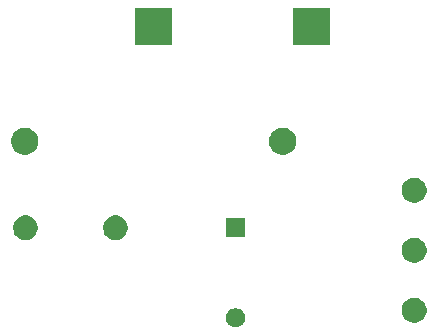
<source format=gbr>
G04 #@! TF.GenerationSoftware,KiCad,Pcbnew,5.0.2-bee76a0~70~ubuntu18.04.1*
G04 #@! TF.CreationDate,2019-01-01T14:42:11-08:00*
G04 #@! TF.ProjectId,Outlet_Relay_V1,4f75746c-6574-45f5-9265-6c61795f5631,rev?*
G04 #@! TF.SameCoordinates,Original*
G04 #@! TF.FileFunction,Soldermask,Bot*
G04 #@! TF.FilePolarity,Negative*
%FSLAX46Y46*%
G04 Gerber Fmt 4.6, Leading zero omitted, Abs format (unit mm)*
G04 Created by KiCad (PCBNEW 5.0.2-bee76a0~70~ubuntu18.04.1) date Tue 01 Jan 2019 02:42:11 PM PST*
%MOMM*%
%LPD*%
G01*
G04 APERTURE LIST*
%ADD10C,0.100000*%
G04 APERTURE END LIST*
D10*
G36*
X143695760Y-92311166D02*
X143795516Y-92352486D01*
X143843353Y-92372301D01*
X143974413Y-92459873D01*
X143976185Y-92461057D01*
X144089143Y-92574015D01*
X144177900Y-92706849D01*
X144239034Y-92854440D01*
X144270200Y-93011122D01*
X144270200Y-93170878D01*
X144239034Y-93327560D01*
X144177900Y-93475151D01*
X144089143Y-93607985D01*
X143976185Y-93720943D01*
X143976182Y-93720945D01*
X143843353Y-93809699D01*
X143843352Y-93809700D01*
X143843351Y-93809700D01*
X143695760Y-93870834D01*
X143539078Y-93902000D01*
X143379322Y-93902000D01*
X143222640Y-93870834D01*
X143075049Y-93809700D01*
X143075048Y-93809700D01*
X143075047Y-93809699D01*
X142942218Y-93720945D01*
X142942215Y-93720943D01*
X142829257Y-93607985D01*
X142740500Y-93475151D01*
X142679366Y-93327560D01*
X142648200Y-93170878D01*
X142648200Y-93011122D01*
X142679366Y-92854440D01*
X142740500Y-92706849D01*
X142829257Y-92574015D01*
X142942215Y-92461057D01*
X142943987Y-92459873D01*
X143075047Y-92372301D01*
X143122885Y-92352486D01*
X143222640Y-92311166D01*
X143379322Y-92280000D01*
X143539078Y-92280000D01*
X143695760Y-92311166D01*
X143695760Y-92311166D01*
G37*
G36*
X158891465Y-91445389D02*
X159082734Y-91524615D01*
X159254876Y-91639637D01*
X159401263Y-91786024D01*
X159516285Y-91958166D01*
X159595511Y-92149435D01*
X159635900Y-92352484D01*
X159635900Y-92559516D01*
X159595511Y-92762565D01*
X159516285Y-92953834D01*
X159401263Y-93125976D01*
X159254876Y-93272363D01*
X159082734Y-93387385D01*
X158891465Y-93466611D01*
X158688416Y-93507000D01*
X158481384Y-93507000D01*
X158278335Y-93466611D01*
X158087066Y-93387385D01*
X157914924Y-93272363D01*
X157768537Y-93125976D01*
X157653515Y-92953834D01*
X157574289Y-92762565D01*
X157533900Y-92559516D01*
X157533900Y-92352484D01*
X157574289Y-92149435D01*
X157653515Y-91958166D01*
X157768537Y-91786024D01*
X157914924Y-91639637D01*
X158087066Y-91524615D01*
X158278335Y-91445389D01*
X158481384Y-91405000D01*
X158688416Y-91405000D01*
X158891465Y-91445389D01*
X158891465Y-91445389D01*
G37*
G36*
X158891465Y-86365389D02*
X159082734Y-86444615D01*
X159254876Y-86559637D01*
X159401263Y-86706024D01*
X159516285Y-86878166D01*
X159595511Y-87069435D01*
X159635900Y-87272484D01*
X159635900Y-87479516D01*
X159595511Y-87682565D01*
X159516285Y-87873834D01*
X159401263Y-88045976D01*
X159254876Y-88192363D01*
X159082734Y-88307385D01*
X158891465Y-88386611D01*
X158688416Y-88427000D01*
X158481384Y-88427000D01*
X158278335Y-88386611D01*
X158087066Y-88307385D01*
X157914924Y-88192363D01*
X157768537Y-88045976D01*
X157653515Y-87873834D01*
X157574289Y-87682565D01*
X157533900Y-87479516D01*
X157533900Y-87272484D01*
X157574289Y-87069435D01*
X157653515Y-86878166D01*
X157768537Y-86706024D01*
X157914924Y-86559637D01*
X158087066Y-86444615D01*
X158278335Y-86365389D01*
X158481384Y-86325000D01*
X158688416Y-86325000D01*
X158891465Y-86365389D01*
X158891465Y-86365389D01*
G37*
G36*
X125985765Y-84460389D02*
X126177034Y-84539615D01*
X126349176Y-84654637D01*
X126495563Y-84801024D01*
X126610585Y-84973166D01*
X126689811Y-85164435D01*
X126730200Y-85367484D01*
X126730200Y-85574516D01*
X126689811Y-85777565D01*
X126610585Y-85968834D01*
X126495563Y-86140976D01*
X126349176Y-86287363D01*
X126177034Y-86402385D01*
X125985765Y-86481611D01*
X125782716Y-86522000D01*
X125575684Y-86522000D01*
X125372635Y-86481611D01*
X125181366Y-86402385D01*
X125009224Y-86287363D01*
X124862837Y-86140976D01*
X124747815Y-85968834D01*
X124668589Y-85777565D01*
X124628200Y-85574516D01*
X124628200Y-85367484D01*
X124668589Y-85164435D01*
X124747815Y-84973166D01*
X124862837Y-84801024D01*
X125009224Y-84654637D01*
X125181366Y-84539615D01*
X125372635Y-84460389D01*
X125575684Y-84420000D01*
X125782716Y-84420000D01*
X125985765Y-84460389D01*
X125985765Y-84460389D01*
G37*
G36*
X133605765Y-84460389D02*
X133797034Y-84539615D01*
X133969176Y-84654637D01*
X134115563Y-84801024D01*
X134230585Y-84973166D01*
X134309811Y-85164435D01*
X134350200Y-85367484D01*
X134350200Y-85574516D01*
X134309811Y-85777565D01*
X134230585Y-85968834D01*
X134115563Y-86140976D01*
X133969176Y-86287363D01*
X133797034Y-86402385D01*
X133605765Y-86481611D01*
X133402716Y-86522000D01*
X133195684Y-86522000D01*
X132992635Y-86481611D01*
X132801366Y-86402385D01*
X132629224Y-86287363D01*
X132482837Y-86140976D01*
X132367815Y-85968834D01*
X132288589Y-85777565D01*
X132248200Y-85574516D01*
X132248200Y-85367484D01*
X132288589Y-85164435D01*
X132367815Y-84973166D01*
X132482837Y-84801024D01*
X132629224Y-84654637D01*
X132801366Y-84539615D01*
X132992635Y-84460389D01*
X133195684Y-84420000D01*
X133402716Y-84420000D01*
X133605765Y-84460389D01*
X133605765Y-84460389D01*
G37*
G36*
X144270200Y-86282000D02*
X142648200Y-86282000D01*
X142648200Y-84660000D01*
X144270200Y-84660000D01*
X144270200Y-86282000D01*
X144270200Y-86282000D01*
G37*
G36*
X158891465Y-81285389D02*
X159082734Y-81364615D01*
X159254876Y-81479637D01*
X159401263Y-81626024D01*
X159516285Y-81798166D01*
X159595511Y-81989435D01*
X159635900Y-82192484D01*
X159635900Y-82399516D01*
X159595511Y-82602565D01*
X159516285Y-82793834D01*
X159401263Y-82965976D01*
X159254876Y-83112363D01*
X159082734Y-83227385D01*
X158891465Y-83306611D01*
X158688416Y-83347000D01*
X158481384Y-83347000D01*
X158278335Y-83306611D01*
X158087066Y-83227385D01*
X157914924Y-83112363D01*
X157768537Y-82965976D01*
X157653515Y-82793834D01*
X157574289Y-82602565D01*
X157533900Y-82399516D01*
X157533900Y-82192484D01*
X157574289Y-81989435D01*
X157653515Y-81798166D01*
X157768537Y-81626024D01*
X157914924Y-81479637D01*
X158087066Y-81364615D01*
X158278335Y-81285389D01*
X158481384Y-81245000D01*
X158688416Y-81245000D01*
X158891465Y-81285389D01*
X158891465Y-81285389D01*
G37*
G36*
X147780734Y-77023632D02*
X147990202Y-77110396D01*
X148178723Y-77236362D01*
X148339038Y-77396677D01*
X148465004Y-77585198D01*
X148551768Y-77794666D01*
X148596000Y-78017035D01*
X148596000Y-78243765D01*
X148551768Y-78466134D01*
X148465004Y-78675602D01*
X148339038Y-78864123D01*
X148178723Y-79024438D01*
X147990202Y-79150404D01*
X147780734Y-79237168D01*
X147558365Y-79281400D01*
X147331635Y-79281400D01*
X147109266Y-79237168D01*
X146899798Y-79150404D01*
X146711277Y-79024438D01*
X146550962Y-78864123D01*
X146424996Y-78675602D01*
X146338232Y-78466134D01*
X146294000Y-78243765D01*
X146294000Y-78017035D01*
X146338232Y-77794666D01*
X146424996Y-77585198D01*
X146550962Y-77396677D01*
X146711277Y-77236362D01*
X146899798Y-77110396D01*
X147109266Y-77023632D01*
X147331635Y-76979400D01*
X147558365Y-76979400D01*
X147780734Y-77023632D01*
X147780734Y-77023632D01*
G37*
G36*
X125940734Y-77023632D02*
X126150202Y-77110396D01*
X126338723Y-77236362D01*
X126499038Y-77396677D01*
X126625004Y-77585198D01*
X126711768Y-77794666D01*
X126756000Y-78017035D01*
X126756000Y-78243765D01*
X126711768Y-78466134D01*
X126625004Y-78675602D01*
X126499038Y-78864123D01*
X126338723Y-79024438D01*
X126150202Y-79150404D01*
X125940734Y-79237168D01*
X125718365Y-79281400D01*
X125491635Y-79281400D01*
X125269266Y-79237168D01*
X125059798Y-79150404D01*
X124871277Y-79024438D01*
X124710962Y-78864123D01*
X124584996Y-78675602D01*
X124498232Y-78466134D01*
X124454000Y-78243765D01*
X124454000Y-78017035D01*
X124498232Y-77794666D01*
X124584996Y-77585198D01*
X124710962Y-77396677D01*
X124871277Y-77236362D01*
X125059798Y-77110396D01*
X125269266Y-77023632D01*
X125491635Y-76979400D01*
X125718365Y-76979400D01*
X125940734Y-77023632D01*
X125940734Y-77023632D01*
G37*
G36*
X138050600Y-69965900D02*
X134948600Y-69965900D01*
X134948600Y-66863900D01*
X138050600Y-66863900D01*
X138050600Y-69965900D01*
X138050600Y-69965900D01*
G37*
G36*
X151423700Y-69965900D02*
X148321700Y-69965900D01*
X148321700Y-66863900D01*
X151423700Y-66863900D01*
X151423700Y-69965900D01*
X151423700Y-69965900D01*
G37*
M02*

</source>
